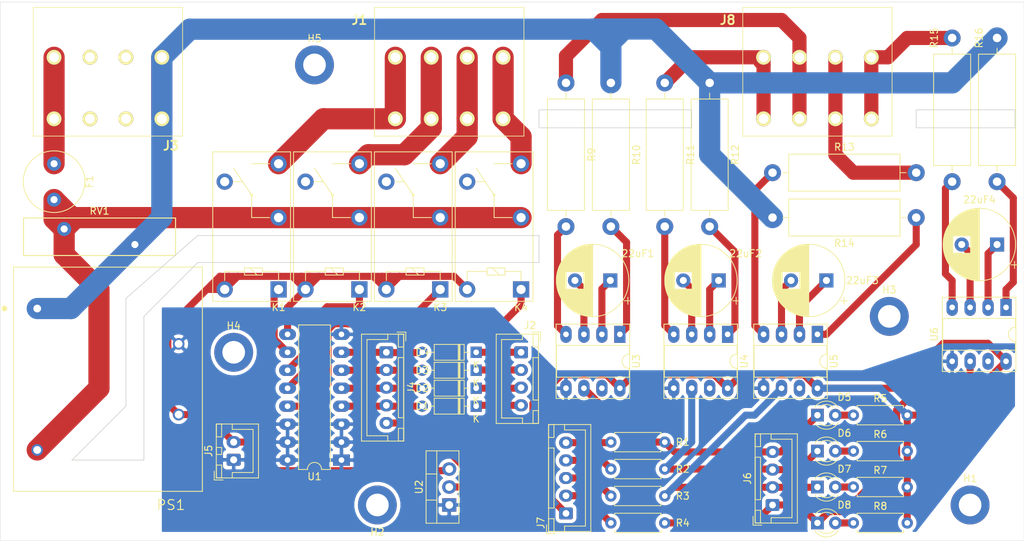
<source format=kicad_pcb>
(kicad_pcb (version 20171130) (host pcbnew "(5.1.6)-1")
  (layers (0 F.Cu signal) (31 B.Cu signal) (34 B.Paste user) (35 F.Paste user) (36 B.SilkS user) (37 F.SilkS user) (38 B.Mask user) (39 F.Mask user) (44 Edge.Cuts user))
  (net 0 "")
  (net 1 "220VAC(L)")
  (net 2 "220VAC(N)")
  (net 3 5V+)
  (net 4 3.3V+)
  (net 5 Sens4)
  (net 6 Sens3)
  (net 7 Sens2)
  (net 8 Sens1)
  (net 9 REO4)
  (net 10 REO3)
  (net 11 REO2)
  (net 12 REO1)
  (net 13 "Net-(22uF1-Pad2)")
  (net 14 "Net-(22uF1-Pad1)")
  (net 15 "Net-(22uF2-Pad2)")
  (net 16 "Net-(22uF2-Pad1)")
  (net 17 "Net-(22uF3-Pad2)")
  (net 18 "Net-(22uF3-Pad1)")
  (net 19 "Net-(22uF4-Pad2)")
  (net 20 "Net-(22uF4-Pad1)")
  (net 21 "Net-(R11-Pad2)")
  (net 22 "Net-(R12-Pad2)")
  (net 23 "GND(5V)")
  (net 24 REI1)
  (net 25 REI2)
  (net 26 REI3)
  (net 27 REI4)
  (net 28 "Net-(F1-Pad1)")
  (net 29 "Net-(R10-Pad2)")
  (net 30 EspSens1)
  (net 31 EspSens2)
  (net 32 EspSens3)
  (net 33 EspSens4)
  (net 34 EspRel1)
  (net 35 EspRel2)
  (net 36 EspRel3)
  (net 37 EspRel4)
  (net 38 "Net-(J7-Pad5)")
  (net 39 "Net-(J7-Pad4)")
  (net 40 "Net-(J7-Pad3)")
  (net 41 "Net-(J7-Pad2)")
  (net 42 "Net-(R9-Pad2)")
  (net 43 "Net-(D1-Pad1)")
  (net 44 "Net-(D2-Pad1)")
  (net 45 "Net-(D3-Pad1)")
  (net 46 "Net-(D4-Pad1)")
  (net 47 "Net-(D5-Pad2)")
  (net 48 "Net-(D6-Pad2)")
  (net 49 "Net-(D7-Pad2)")
  (net 50 "Net-(D8-Pad2)")
  (net 51 "Net-(R13-Pad1)")
  (net 52 "Net-(R14-Pad1)")
  (net 53 "Net-(R15-Pad2)")
  (net 54 "Net-(R16-Pad2)")
  (module Package_DIP:DIP-16_W7.62mm_LongPads (layer F.Cu) (at 69.85 76.2 180)
    (fp_text reference U1 (at 3.81 -2.33) (layer F.SilkS))
    (fp_text value ULN2003A)
    (pad 1 thru_hole rect (at 0 0 180) (size 2.4 1.6) (drill 0.8) (layers *.Cu *.Mask) (net 23 "GND(5V)"))
    (pad 9 thru_hole oval (at 7.62 17.78 180) (size 2.4 1.6) (drill 0.8) (layers *.Cu *.Mask) (net 3 5V+))
    (pad 2 thru_hole oval (at 0 2.54 180) (size 2.4 1.6) (drill 0.8) (layers *.Cu *.Mask) (net 23 "GND(5V)"))
    (pad 10 thru_hole oval (at 7.62 15.24 180) (size 2.4 1.6) (drill 0.8) (layers *.Cu *.Mask) (net 24 REI1))
    (pad 3 thru_hole oval (at 0 5.08 180) (size 2.4 1.6) (drill 0.8) (layers *.Cu *.Mask) (net 23 "GND(5V)"))
    (pad 11 thru_hole oval (at 7.62 12.7 180) (size 2.4 1.6) (drill 0.8) (layers *.Cu *.Mask) (net 25 REI2))
    (pad 4 thru_hole oval (at 0 7.62 180) (size 2.4 1.6) (drill 0.8) (layers *.Cu *.Mask) (net 34 EspRel1))
    (pad 12 thru_hole oval (at 7.62 10.16 180) (size 2.4 1.6) (drill 0.8) (layers *.Cu *.Mask) (net 26 REI3))
    (pad 5 thru_hole oval (at 0 10.16 180) (size 2.4 1.6) (drill 0.8) (layers *.Cu *.Mask) (net 35 EspRel2))
    (pad 13 thru_hole oval (at 7.62 7.62 180) (size 2.4 1.6) (drill 0.8) (layers *.Cu *.Mask) (net 27 REI4))
    (pad 6 thru_hole oval (at 0 12.7 180) (size 2.4 1.6) (drill 0.8) (layers *.Cu *.Mask) (net 36 EspRel3))
    (pad 14 thru_hole oval (at 7.62 5.08 180) (size 2.4 1.6) (drill 0.8) (layers *.Cu *.Mask) (net 23 "GND(5V)"))
    (pad 7 thru_hole oval (at 0 15.24 180) (size 2.4 1.6) (drill 0.8) (layers *.Cu *.Mask) (net 37 EspRel4))
    (pad 15 thru_hole oval (at 7.62 2.54 180) (size 2.4 1.6) (drill 0.8) (layers *.Cu *.Mask) (net 23 "GND(5V)"))
    (pad 8 thru_hole oval (at 0 17.78 180) (size 2.4 1.6) (drill 0.8) (layers *.Cu *.Mask) (net 23 "GND(5V)"))
    (pad 16 thru_hole oval (at 7.62 0 180) (size 2.4 1.6) (drill 0.8) (layers *.Cu *.Mask) (net 23 "GND(5V)"))
  )
  (module Diode_THT:D_DO-35_SOD27_P7.62mm_Horizontal (layer F.Cu) (at 88.9 60.96 180)
    (fp_text reference D4 (at 7.62 0) (layer F.SilkS))
    (fp_text value DIODE)
    (fp_text user K (at 0 -1.8) (layer F.SilkS))
    (pad 2 thru_hole oval (at 7.62 0 180) (size 1.6 1.6) (drill 0.8) (layers *.Cu *.Mask) (net 37 EspRel4))
    (pad 1 thru_hole rect (at 0 0 180) (size 1.6 1.6) (drill 0.8) (layers *.Cu *.Mask) (net 46 "Net-(D4-Pad1)"))
  )
  (module Diode_THT:D_DO-35_SOD27_P7.62mm_Horizontal (layer F.Cu) (at 88.9 63.5 180)
    (fp_text reference D3 (at 7.62 0) (layer F.SilkS))
    (fp_text value DIODE)
    (fp_text user K (at 0 -1.8) (layer F.SilkS))
    (pad 2 thru_hole oval (at 7.62 0 180) (size 1.6 1.6) (drill 0.8) (layers *.Cu *.Mask) (net 36 EspRel3))
    (pad 1 thru_hole rect (at 0 0 180) (size 1.6 1.6) (drill 0.8) (layers *.Cu *.Mask) (net 45 "Net-(D3-Pad1)"))
  )
  (module Diode_THT:D_DO-35_SOD27_P7.62mm_Horizontal (layer F.Cu) (at 88.9 66.04 180)
    (fp_text reference D2 (at 7.62 0) (layer F.SilkS))
    (fp_text value DIODE)
    (fp_text user K (at 0 -1.8) (layer F.SilkS))
    (pad 2 thru_hole oval (at 7.62 0 180) (size 1.6 1.6) (drill 0.8) (layers *.Cu *.Mask) (net 35 EspRel2))
    (pad 1 thru_hole rect (at 0 0 180) (size 1.6 1.6) (drill 0.8) (layers *.Cu *.Mask) (net 44 "Net-(D2-Pad1)"))
  )
  (module Diode_THT:D_DO-35_SOD27_P7.62mm_Horizontal (layer F.Cu) (at 88.9 68.58 180)
    (fp_text reference D1 (at 7.62 0) (layer F.SilkS))
    (fp_text value DIODE)
    (fp_text user K (at 0 -1.8) (layer F.SilkS))
    (pad 2 thru_hole oval (at 7.62 0 180) (size 1.6 1.6) (drill 0.8) (layers *.Cu *.Mask) (net 34 EspRel1))
    (pad 1 thru_hole rect (at 0 0 180) (size 1.6 1.6) (drill 0.8) (layers *.Cu *.Mask) (net 43 "Net-(D1-Pad1)"))
  )
  (module Connector_JST:JST_XH_B4B-XH-A_1x04_P2.50mm_Vertical (layer F.Cu) (at 95.25 60.96 270)
    (fp_text reference J2 (at -3.81 -1.27 180) (layer F.SilkS))
    (fp_text value Conn-ESP-Relays)
    (pad 4 thru_hole oval (at 7.5 0 270) (size 1.7 1.95) (drill 0.95) (layers *.Cu *.Mask) (net 43 "Net-(D1-Pad1)"))
    (pad 3 thru_hole oval (at 5 0 270) (size 1.7 1.95) (drill 0.95) (layers *.Cu *.Mask) (net 44 "Net-(D2-Pad1)"))
    (pad 2 thru_hole oval (at 2.5 0 270) (size 1.7 1.95) (drill 0.95) (layers *.Cu *.Mask) (net 45 "Net-(D3-Pad1)"))
    (pad 1 thru_hole roundrect (at 0 0 270) (size 1.7 1.95) (drill 0.95) (layers *.Cu *.Mask) (roundrect_rratio 0.147059) (net 46 "Net-(D4-Pad1)"))
  )
  (module Connector_JST:JST_XH_B5B-XH-A_1x05_P2.50mm_Vertical (layer F.Cu) (at 101.6 83.74 90)
    (fp_text reference J7 (at -1.35 -3.55 90) (layer F.SilkS))
    (fp_text value Conn-LedIndicators)
    (pad 5 thru_hole oval (at 10 0 90) (size 1.7 1.95) (drill 0.95) (layers *.Cu *.Mask) (net 38 "Net-(J7-Pad5)"))
    (pad 4 thru_hole oval (at 7.5 0 90) (size 1.7 1.95) (drill 0.95) (layers *.Cu *.Mask) (net 39 "Net-(J7-Pad4)"))
    (pad 3 thru_hole oval (at 5 0 90) (size 1.7 1.95) (drill 0.95) (layers *.Cu *.Mask) (net 40 "Net-(J7-Pad3)"))
    (pad 2 thru_hole oval (at 2.5 0 90) (size 1.7 1.95) (drill 0.95) (layers *.Cu *.Mask) (net 41 "Net-(J7-Pad2)"))
    (pad 1 thru_hole roundrect (at 0 0 90) (size 1.7 1.95) (drill 0.95) (layers *.Cu *.Mask) (roundrect_rratio 0.147059) (net 4 3.3V+))
  )
  (module Capacitor_THT:CP_Radial_D10.0mm_P5.00mm (layer F.Cu) (at 123.19 50.8 180)
    (fp_text reference 22uF2 (at -3.81 3.81) (layer F.SilkS))
    (fp_text value CP_Small)
    (pad 2 thru_hole circle (at 5 0 180) (size 2 2) (drill 1) (layers *.Cu *.Mask) (net 15 "Net-(22uF2-Pad2)"))
    (pad 1 thru_hole rect (at 0 0 180) (size 2 2) (drill 1) (layers *.Cu *.Mask) (net 16 "Net-(22uF2-Pad1)"))
  )
  (module Package_DIP:DIP-8_W7.62mm_Socket_LongPads (layer F.Cu) (at 124.46 58.42 270)
    (fp_text reference U4 (at 3.81 -2.33 90) (layer F.SilkS))
    (fp_text value HCPL3700)
    (pad 8 thru_hole oval (at 7.62 0 270) (size 2.4 1.6) (drill 0.8) (layers *.Cu *.Mask) (net 4 3.3V+))
    (pad 4 thru_hole oval (at 0 7.62 270) (size 2.4 1.6) (drill 0.8) (layers *.Cu *.Mask) (net 21 "Net-(R11-Pad2)"))
    (pad 7 thru_hole oval (at 7.62 2.54 270) (size 2.4 1.6) (drill 0.8) (layers *.Cu *.Mask))
    (pad 3 thru_hole oval (at 0 5.08 270) (size 2.4 1.6) (drill 0.8) (layers *.Cu *.Mask) (net 15 "Net-(22uF2-Pad2)"))
    (pad 6 thru_hole oval (at 7.62 5.08 270) (size 2.4 1.6) (drill 0.8) (layers *.Cu *.Mask) (net 31 EspSens2))
    (pad 2 thru_hole oval (at 0 2.54 270) (size 2.4 1.6) (drill 0.8) (layers *.Cu *.Mask) (net 16 "Net-(22uF2-Pad1)"))
    (pad 5 thru_hole oval (at 7.62 7.62 270) (size 2.4 1.6) (drill 0.8) (layers *.Cu *.Mask) (net 23 "GND(5V)"))
    (pad 1 thru_hole rect (at 0 0 270) (size 2.4 1.6) (drill 0.8) (layers *.Cu *.Mask) (net 22 "Net-(R12-Pad2)"))
  )
  (module Package_DIP:DIP-8_W7.62mm_Socket_LongPads (layer F.Cu) (at 163.83 54.61 270)
    (fp_text reference U6 (at 3.81 10.16 90) (layer F.SilkS))
    (fp_text value HCPL3700)
    (pad 8 thru_hole oval (at 7.62 0 270) (size 2.4 1.6) (drill 0.8) (layers *.Cu *.Mask) (net 4 3.3V+))
    (pad 4 thru_hole oval (at 0 7.62 270) (size 2.4 1.6) (drill 0.8) (layers *.Cu *.Mask) (net 53 "Net-(R15-Pad2)"))
    (pad 7 thru_hole oval (at 7.62 2.54 270) (size 2.4 1.6) (drill 0.8) (layers *.Cu *.Mask))
    (pad 3 thru_hole oval (at 0 5.08 270) (size 2.4 1.6) (drill 0.8) (layers *.Cu *.Mask) (net 19 "Net-(22uF4-Pad2)"))
    (pad 6 thru_hole oval (at 7.62 5.08 270) (size 2.4 1.6) (drill 0.8) (layers *.Cu *.Mask) (net 33 EspSens4))
    (pad 2 thru_hole oval (at 0 2.54 270) (size 2.4 1.6) (drill 0.8) (layers *.Cu *.Mask) (net 20 "Net-(22uF4-Pad1)"))
    (pad 5 thru_hole oval (at 7.62 7.62 270) (size 2.4 1.6) (drill 0.8) (layers *.Cu *.Mask) (net 23 "GND(5V)"))
    (pad 1 thru_hole rect (at 0 0 270) (size 2.4 1.6) (drill 0.8) (layers *.Cu *.Mask) (net 54 "Net-(R16-Pad2)"))
  )
  (module Package_DIP:DIP-8_W7.62mm_Socket_LongPads (layer F.Cu) (at 137.16 58.42 270)
    (fp_text reference U5 (at 3.81 -2.33 90) (layer F.SilkS))
    (fp_text value HCPL3700)
    (pad 8 thru_hole oval (at 7.62 0 270) (size 2.4 1.6) (drill 0.8) (layers *.Cu *.Mask) (net 4 3.3V+))
    (pad 4 thru_hole oval (at 0 7.62 270) (size 2.4 1.6) (drill 0.8) (layers *.Cu *.Mask) (net 51 "Net-(R13-Pad1)"))
    (pad 7 thru_hole oval (at 7.62 2.54 270) (size 2.4 1.6) (drill 0.8) (layers *.Cu *.Mask))
    (pad 3 thru_hole oval (at 0 5.08 270) (size 2.4 1.6) (drill 0.8) (layers *.Cu *.Mask) (net 17 "Net-(22uF3-Pad2)"))
    (pad 6 thru_hole oval (at 7.62 5.08 270) (size 2.4 1.6) (drill 0.8) (layers *.Cu *.Mask) (net 32 EspSens3))
    (pad 2 thru_hole oval (at 0 2.54 270) (size 2.4 1.6) (drill 0.8) (layers *.Cu *.Mask) (net 18 "Net-(22uF3-Pad1)"))
    (pad 5 thru_hole oval (at 7.62 7.62 270) (size 2.4 1.6) (drill 0.8) (layers *.Cu *.Mask) (net 23 "GND(5V)"))
    (pad 1 thru_hole rect (at 0 0 270) (size 2.4 1.6) (drill 0.8) (layers *.Cu *.Mask) (net 52 "Net-(R14-Pad1)"))
  )
  (module Package_DIP:DIP-8_W7.62mm_Socket_LongPads (layer F.Cu) (at 109.22 58.42 270)
    (fp_text reference U3 (at 3.81 -2.33 90) (layer F.SilkS))
    (fp_text value HCPL3700)
    (pad 8 thru_hole oval (at 7.62 0 270) (size 2.4 1.6) (drill 0.8) (layers *.Cu *.Mask) (net 4 3.3V+))
    (pad 4 thru_hole oval (at 0 7.62 270) (size 2.4 1.6) (drill 0.8) (layers *.Cu *.Mask) (net 42 "Net-(R9-Pad2)"))
    (pad 7 thru_hole oval (at 7.62 2.54 270) (size 2.4 1.6) (drill 0.8) (layers *.Cu *.Mask))
    (pad 3 thru_hole oval (at 0 5.08 270) (size 2.4 1.6) (drill 0.8) (layers *.Cu *.Mask) (net 13 "Net-(22uF1-Pad2)"))
    (pad 6 thru_hole oval (at 7.62 5.08 270) (size 2.4 1.6) (drill 0.8) (layers *.Cu *.Mask) (net 30 EspSens1))
    (pad 2 thru_hole oval (at 0 2.54 270) (size 2.4 1.6) (drill 0.8) (layers *.Cu *.Mask) (net 14 "Net-(22uF1-Pad1)"))
    (pad 5 thru_hole oval (at 7.62 7.62 270) (size 2.4 1.6) (drill 0.8) (layers *.Cu *.Mask) (net 23 "GND(5V)"))
    (pad 1 thru_hole rect (at 0 0 270) (size 2.4 1.6) (drill 0.8) (layers *.Cu *.Mask) (net 29 "Net-(R10-Pad2)"))
  )
  (module Package_TO_SOT_THT:TO-220-3_Vertical (layer F.Cu) (at 85.09 82.55 90)
    (fp_text reference U2 (at 2.54 -4.27 90) (layer F.SilkS))
    (fp_text value LD1117S33TR_SOT223)
    (pad 3 thru_hole oval (at 5.08 0 90) (size 1.905 2) (drill 1.1) (layers *.Cu *.Mask) (net 3 5V+))
    (pad 2 thru_hole oval (at 2.54 0 90) (size 1.905 2) (drill 1.1) (layers *.Cu *.Mask) (net 4 3.3V+))
    (pad 1 thru_hole rect (at 0 0 90) (size 1.905 2) (drill 1.1) (layers *.Cu *.Mask) (net 23 "GND(5V)"))
  )
  (module Resistor_THT:R_Axial_DIN0207_L6.3mm_D2.5mm_P7.62mm_Horizontal (layer F.Cu) (at 142.24 85.09)
    (fp_text reference R8 (at 3.81 -2.37) (layer F.SilkS))
    (fp_text value 100)
    (pad 2 thru_hole oval (at 7.62 0) (size 1.6 1.6) (drill 0.8) (layers *.Cu *.Mask) (net 4 3.3V+))
    (pad 1 thru_hole circle (at 0 0) (size 1.6 1.6) (drill 0.8) (layers *.Cu *.Mask) (net 50 "Net-(D8-Pad2)"))
  )
  (module Resistor_THT:R_Axial_DIN0207_L6.3mm_D2.5mm_P7.62mm_Horizontal (layer F.Cu) (at 142.24 80.01)
    (fp_text reference R7 (at 3.81 -2.37) (layer F.SilkS))
    (fp_text value 100)
    (pad 2 thru_hole oval (at 7.62 0) (size 1.6 1.6) (drill 0.8) (layers *.Cu *.Mask) (net 4 3.3V+))
    (pad 1 thru_hole circle (at 0 0) (size 1.6 1.6) (drill 0.8) (layers *.Cu *.Mask) (net 49 "Net-(D7-Pad2)"))
  )
  (module Resistor_THT:R_Axial_DIN0207_L6.3mm_D2.5mm_P7.62mm_Horizontal (layer F.Cu) (at 142.24 74.93)
    (fp_text reference R6 (at 3.81 -2.37) (layer F.SilkS))
    (fp_text value 100)
    (pad 2 thru_hole oval (at 7.62 0) (size 1.6 1.6) (drill 0.8) (layers *.Cu *.Mask) (net 4 3.3V+))
    (pad 1 thru_hole circle (at 0 0) (size 1.6 1.6) (drill 0.8) (layers *.Cu *.Mask) (net 48 "Net-(D6-Pad2)"))
  )
  (module Resistor_THT:R_Axial_DIN0207_L6.3mm_D2.5mm_P7.62mm_Horizontal (layer F.Cu) (at 115.57 85.09 180)
    (fp_text reference R4 (at -2.54 0) (layer F.SilkS))
    (fp_text value 100)
    (pad 2 thru_hole oval (at 7.62 0 180) (size 1.6 1.6) (drill 0.8) (layers *.Cu *.Mask) (net 41 "Net-(J7-Pad2)"))
    (pad 1 thru_hole circle (at 0 0 180) (size 1.6 1.6) (drill 0.8) (layers *.Cu *.Mask) (net 33 EspSens4))
  )
  (module Resistor_THT:R_Axial_DIN0207_L6.3mm_D2.5mm_P7.62mm_Horizontal (layer F.Cu) (at 115.57 81.28 180)
    (fp_text reference R3 (at -2.54 0) (layer F.SilkS))
    (fp_text value 100)
    (pad 2 thru_hole oval (at 7.62 0 180) (size 1.6 1.6) (drill 0.8) (layers *.Cu *.Mask) (net 40 "Net-(J7-Pad3)"))
    (pad 1 thru_hole circle (at 0 0 180) (size 1.6 1.6) (drill 0.8) (layers *.Cu *.Mask) (net 32 EspSens3))
  )
  (module Resistor_THT:R_Axial_DIN0207_L6.3mm_D2.5mm_P7.62mm_Horizontal (layer F.Cu) (at 115.57 77.47 180)
    (fp_text reference R2 (at -2.54 0) (layer F.SilkS))
    (fp_text value 100)
    (pad 2 thru_hole oval (at 7.62 0 180) (size 1.6 1.6) (drill 0.8) (layers *.Cu *.Mask) (net 39 "Net-(J7-Pad4)"))
    (pad 1 thru_hole circle (at 0 0 180) (size 1.6 1.6) (drill 0.8) (layers *.Cu *.Mask) (net 31 EspSens2))
  )
  (module Resistor_THT:R_Axial_DIN0207_L6.3mm_D2.5mm_P7.62mm_Horizontal (layer F.Cu) (at 115.57 73.66 180)
    (fp_text reference R1 (at -2.54 0) (layer F.SilkS))
    (fp_text value 100)
    (pad 2 thru_hole oval (at 7.62 0 180) (size 1.6 1.6) (drill 0.8) (layers *.Cu *.Mask) (net 38 "Net-(J7-Pad5)"))
    (pad 1 thru_hole circle (at 0 0 180) (size 1.6 1.6) (drill 0.8) (layers *.Cu *.Mask) (net 30 EspSens1))
  )
  (module Resistor_THT:R_Axial_DIN0207_L6.3mm_D2.5mm_P7.62mm_Horizontal (layer F.Cu) (at 142.24 69.85)
    (fp_text reference R5 (at 3.81 -2.37) (layer F.SilkS))
    (fp_text value 100)
    (pad 2 thru_hole oval (at 7.62 0) (size 1.6 1.6) (drill 0.8) (layers *.Cu *.Mask) (net 4 3.3V+))
    (pad 1 thru_hole circle (at 0 0) (size 1.6 1.6) (drill 0.8) (layers *.Cu *.Mask) (net 47 "Net-(D5-Pad2)"))
  )
  (module Connector_JST:JST_XH_B5B-XH-A_1x05_P2.50mm_Vertical (layer F.Cu) (at 76.2 60.96 270)
    (fp_text reference J4 (at 5 -3.55 90) (layer F.SilkS))
    (fp_text value Conn-Buttons)
    (pad 5 thru_hole oval (at 10 0 270) (size 1.7 1.95) (drill 0.95) (layers *.Cu *.Mask) (net 4 3.3V+))
    (pad 4 thru_hole oval (at 7.5 0 270) (size 1.7 1.95) (drill 0.95) (layers *.Cu *.Mask) (net 34 EspRel1))
    (pad 3 thru_hole oval (at 5 0 270) (size 1.7 1.95) (drill 0.95) (layers *.Cu *.Mask) (net 35 EspRel2))
    (pad 2 thru_hole oval (at 2.5 0 270) (size 1.7 1.95) (drill 0.95) (layers *.Cu *.Mask) (net 36 EspRel3))
    (pad 1 thru_hole roundrect (at 0 0 270) (size 1.7 1.95) (drill 0.95) (layers *.Cu *.Mask) (roundrect_rratio 0.147059) (net 37 EspRel4))
  )
  (module LED_THT:LED_D3.0mm (layer F.Cu) (at 137.16 85.09)
    (fp_text reference D8 (at 3.81 -2.54) (layer F.SilkS))
    (fp_text value LED)
    (pad 2 thru_hole circle (at 2.54 0) (size 1.8 1.8) (drill 0.9) (layers *.Cu *.Mask) (net 50 "Net-(D8-Pad2)"))
    (pad 1 thru_hole rect (at 0 0) (size 1.8 1.8) (drill 0.9) (layers *.Cu *.Mask) (net 33 EspSens4))
  )
  (module LED_THT:LED_D3.0mm (layer F.Cu) (at 137.16 80.01)
    (fp_text reference D7 (at 3.81 -2.54) (layer F.SilkS))
    (fp_text value LED)
    (pad 2 thru_hole circle (at 2.54 0) (size 1.8 1.8) (drill 0.9) (layers *.Cu *.Mask) (net 49 "Net-(D7-Pad2)"))
    (pad 1 thru_hole rect (at 0 0) (size 1.8 1.8) (drill 0.9) (layers *.Cu *.Mask) (net 32 EspSens3))
  )
  (module LED_THT:LED_D3.0mm (layer F.Cu) (at 137.16 74.93)
    (fp_text reference D6 (at 3.81 -2.54) (layer F.SilkS))
    (fp_text value LED)
    (pad 2 thru_hole circle (at 2.54 0) (size 1.8 1.8) (drill 0.9) (layers *.Cu *.Mask) (net 48 "Net-(D6-Pad2)"))
    (pad 1 thru_hole rect (at 0 0) (size 1.8 1.8) (drill 0.9) (layers *.Cu *.Mask) (net 31 EspSens2))
  )
  (module LED_THT:LED_D3.0mm (layer F.Cu) (at 137.16 69.85)
    (fp_text reference D5 (at 3.81 -2.54) (layer F.SilkS))
    (fp_text value LED)
    (pad 2 thru_hole circle (at 2.54 0) (size 1.8 1.8) (drill 0.9) (layers *.Cu *.Mask) (net 47 "Net-(D5-Pad2)"))
    (pad 1 thru_hole rect (at 0 0) (size 1.8 1.8) (drill 0.9) (layers *.Cu *.Mask) (net 30 EspSens1))
  )
  (module Capacitor_THT:CP_Radial_D10.0mm_P5.00mm (layer F.Cu) (at 162.56 45.72 180)
    (fp_text reference 22uF4 (at 2.5 6.35) (layer F.SilkS))
    (fp_text value CP_Small)
    (pad 2 thru_hole circle (at 5 0 180) (size 2 2) (drill 1) (layers *.Cu *.Mask) (net 19 "Net-(22uF4-Pad2)"))
    (pad 1 thru_hole rect (at 0 0 180) (size 2 2) (drill 1) (layers *.Cu *.Mask) (net 20 "Net-(22uF4-Pad1)"))
  )
  (module Capacitor_THT:CP_Radial_D10.0mm_P5.00mm (layer F.Cu) (at 138.43 50.8 180)
    (fp_text reference 22uF3 (at -5.08 0) (layer F.SilkS))
    (fp_text value CP_Small)
    (pad 2 thru_hole circle (at 5 0 180) (size 2 2) (drill 1) (layers *.Cu *.Mask) (net 17 "Net-(22uF3-Pad2)"))
    (pad 1 thru_hole rect (at 0 0 180) (size 2 2) (drill 1) (layers *.Cu *.Mask) (net 18 "Net-(22uF3-Pad1)"))
  )
  (module Capacitor_THT:CP_Radial_D10.0mm_P5.00mm (layer F.Cu) (at 107.87 50.8 180)
    (fp_text reference 22uF1 (at -3.89 3.81) (layer F.SilkS))
    (fp_text value CP_Small)
    (pad 2 thru_hole circle (at 5 0 180) (size 2 2) (drill 1) (layers *.Cu *.Mask) (net 13 "Net-(22uF1-Pad2)"))
    (pad 1 thru_hole rect (at 0 0 180) (size 2 2) (drill 1) (layers *.Cu *.Mask) (net 14 "Net-(22uF1-Pad1)"))
  )
  (module Connector_JST:JST_XH_B4B-XH-A_1x04_P2.50mm_Vertical (layer F.Cu) (at 130.81 82.55 90)
    (fp_text reference J6 (at 3.75 -3.55 90) (layer F.SilkS))
    (fp_text value Conn-Esp-Sensors)
    (pad 4 thru_hole oval (at 7.5 0 90) (size 1.7 1.95) (drill 0.95) (layers *.Cu *.Mask) (net 30 EspSens1))
    (pad 3 thru_hole oval (at 5 0 90) (size 1.7 1.95) (drill 0.95) (layers *.Cu *.Mask) (net 31 EspSens2))
    (pad 2 thru_hole oval (at 2.5 0 90) (size 1.7 1.95) (drill 0.95) (layers *.Cu *.Mask) (net 32 EspSens3))
    (pad 1 thru_hole roundrect (at 0 0 90) (size 1.7 1.95) (drill 0.95) (layers *.Cu *.Mask) (roundrect_rratio 0.147059) (net 33 EspSens4))
  )
  (module Connector_JST:JST_XH_B2B-XH-A_1x02_P2.50mm_Vertical (layer F.Cu) (at 54.61 76.16 90)
    (fp_text reference J5 (at 1.25 -3.55 90) (layer F.SilkS))
    (fp_text value Conn_01x02)
    (pad 2 thru_hole oval (at 2.5 0 90) (size 1.7 2) (drill 1) (layers *.Cu *.Mask) (net 3 5V+))
    (pad 1 thru_hole roundrect (at 0 0 90) (size 1.7 2) (drill 1) (layers *.Cu *.Mask) (roundrect_rratio 0.147059) (net 23 "GND(5V)"))
  )
  (module Resistor_THT:R_Axial_DIN0516_L15.5mm_D5.0mm_P20.32mm_Horizontal (layer F.Cu) (at 156.21 16.51 270)
    (fp_text reference R15 (at 0 2.54 90) (layer F.SilkS))
    (fp_text value 47k)
    (pad 2 thru_hole oval (at 20.32 0 270) (size 2.4 2.4) (drill 1.2) (layers *.Cu *.Mask) (net 53 "Net-(R15-Pad2)"))
    (pad 1 thru_hole circle (at 0 0 270) (size 2.4 2.4) (drill 1.2) (layers *.Cu *.Mask) (net 5 Sens4))
  )
  (module Resistor_THT:R_Axial_DIN0516_L15.5mm_D5.0mm_P20.32mm_Horizontal (layer F.Cu) (at 162.56 16.51 270)
    (fp_text reference R16 (at 0 2.54 90) (layer F.SilkS))
    (fp_text value 47k)
    (pad 2 thru_hole oval (at 20.32 0 270) (size 2.4 2.4) (drill 1.2) (layers *.Cu *.Mask) (net 54 "Net-(R16-Pad2)"))
    (pad 1 thru_hole circle (at 0 0 270) (size 2.4 2.4) (drill 1.2) (layers *.Cu *.Mask) (net 2 "220VAC(N)"))
  )
  (module Resistor_THT:R_Axial_DIN0516_L15.5mm_D5.0mm_P20.32mm_Horizontal (layer F.Cu) (at 130.81 35.56)
    (fp_text reference R13 (at 10.16 -3.62) (layer F.SilkS))
    (fp_text value 47k)
    (pad 2 thru_hole oval (at 20.32 0) (size 2.4 2.4) (drill 1.2) (layers *.Cu *.Mask) (net 6 Sens3))
    (pad 1 thru_hole circle (at 0 0) (size 2.4 2.4) (drill 1.2) (layers *.Cu *.Mask) (net 51 "Net-(R13-Pad1)"))
  )
  (module Resistor_THT:R_Axial_DIN0516_L15.5mm_D5.0mm_P20.32mm_Horizontal (layer F.Cu) (at 121.92 22.86 270)
    (fp_text reference R12 (at 10.16 -3.62 90) (layer F.SilkS))
    (fp_text value 47k)
    (pad 2 thru_hole oval (at 20.32 0 270) (size 2.4 2.4) (drill 1.2) (layers *.Cu *.Mask) (net 22 "Net-(R12-Pad2)"))
    (pad 1 thru_hole circle (at 0 0 270) (size 2.4 2.4) (drill 1.2) (layers *.Cu *.Mask) (net 2 "220VAC(N)"))
  )
  (module Resistor_THT:R_Axial_DIN0516_L15.5mm_D5.0mm_P20.32mm_Horizontal (layer F.Cu) (at 107.95 22.86 270)
    (fp_text reference R10 (at 10.16 -3.62 90) (layer F.SilkS))
    (fp_text value 47k)
    (pad 2 thru_hole oval (at 20.32 0 270) (size 2.4 2.4) (drill 1.2) (layers *.Cu *.Mask) (net 29 "Net-(R10-Pad2)"))
    (pad 1 thru_hole circle (at 0 0 270) (size 2.4 2.4) (drill 1.2) (layers *.Cu *.Mask) (net 2 "220VAC(N)"))
  )
  (module Resistor_THT:R_Axial_DIN0516_L15.5mm_D5.0mm_P20.32mm_Horizontal (layer F.Cu) (at 151.13 41.91 180)
    (fp_text reference R14 (at 10.16 -3.62) (layer F.SilkS))
    (fp_text value 47k)
    (pad 2 thru_hole oval (at 20.32 0 180) (size 2.4 2.4) (drill 1.2) (layers *.Cu *.Mask) (net 2 "220VAC(N)"))
    (pad 1 thru_hole circle (at 0 0 180) (size 2.4 2.4) (drill 1.2) (layers *.Cu *.Mask) (net 52 "Net-(R14-Pad1)"))
  )
  (module Resistor_THT:R_Axial_DIN0516_L15.5mm_D5.0mm_P20.32mm_Horizontal (layer F.Cu) (at 115.57 22.86 270)
    (fp_text reference R11 (at 10.16 -3.62 90) (layer F.SilkS))
    (fp_text value 47k)
    (pad 2 thru_hole oval (at 20.32 0 270) (size 2.4 2.4) (drill 1.2) (layers *.Cu *.Mask) (net 21 "Net-(R11-Pad2)"))
    (pad 1 thru_hole circle (at 0 0 270) (size 2.4 2.4) (drill 1.2) (layers *.Cu *.Mask) (net 7 Sens2))
  )
  (module Resistor_THT:R_Axial_DIN0516_L15.5mm_D5.0mm_P20.32mm_Horizontal (layer F.Cu) (at 101.6 22.86 270)
    (fp_text reference R9 (at 10.16 -3.62 90) (layer F.SilkS))
    (fp_text value 47k)
    (pad 2 thru_hole oval (at 20.32 0 270) (size 2.4 2.4) (drill 1.2) (layers *.Cu *.Mask) (net 42 "Net-(R9-Pad2)"))
    (pad 1 thru_hole circle (at 0 0 270) (size 2.4 2.4) (drill 1.2) (layers *.Cu *.Mask) (net 8 Sens1))
  )
  (module rac05-05sk:277 (layer F.Cu) (at 36.83 64.77)
    (fp_text reference PS1 (at 8.89 17.78) (layer F.SilkS) (effects (font (size 1.4 1.4))))
    (fp_text value RAC05-05SK_277)
    (pad 9 thru_hole circle (at 10 -5) (size 1.65 1.65) (drill 1.1) (layers *.Cu *.Mask) (net 23 "GND(5V)"))
    (pad 7 thru_hole circle (at 10 5) (size 1.65 1.65) (drill 1.1) (layers *.Cu *.Mask) (net 3 5V+))
    (pad 5 thru_hole circle (at -10 10) (size 1.65 1.65) (drill 1.1) (layers *.Cu *.Mask) (net 1 "220VAC(L)"))
    (pad 1 thru_hole rect (at -10 -10) (size 1.65 1.65) (drill 1.1) (layers *.Cu *.Mask) (net 2 "220VAC(N)"))
  )
  (module MountingHole:MountingHole_3.2mm_M3_ISO14580_Pad (layer F.Cu) (at 66.04 20.32)
    (fp_text reference H5 (at 0 -3.75) (layer F.SilkS))
    (fp_text value MountingHole_Pad)
    (pad 1 thru_hole circle (at 0 0) (size 5.5 5.5) (drill 3.2) (layers *.Cu *.Mask))
  )
  (module MountingHole:MountingHole_3.2mm_M3_ISO14580_Pad (layer F.Cu) (at 74.93 82.55)
    (fp_text reference H2 (at 0 3.81) (layer F.SilkS))
    (fp_text value MountingHole_Pad)
    (pad 1 thru_hole circle (at 0 0) (size 5.5 5.5) (drill 3.2) (layers *.Cu *.Mask))
  )
  (module MountingHole:MountingHole_3.2mm_M3_ISO14580_Pad (layer F.Cu) (at 54.61 60.96)
    (fp_text reference H4 (at 0 -3.75) (layer F.SilkS))
    (fp_text value MountingHole_Pad)
    (pad 1 thru_hole circle (at 0 0) (size 5.5 5.5) (drill 3.2) (layers *.Cu *.Mask))
  )
  (module MountingHole:MountingHole_3.2mm_M3_ISO14580_Pad (layer F.Cu) (at 158.75 82.55)
    (fp_text reference H1 (at 0 -3.75) (layer F.SilkS))
    (fp_text value MountingHole_Pad)
    (pad 1 thru_hole circle (at 0 0) (size 5.5 5.5) (drill 3.2) (layers *.Cu *.Mask))
  )
  (module MountingHole:MountingHole_3.2mm_M3_ISO14580_Pad (layer F.Cu) (at 147.32 55.88)
    (fp_text reference H3 (at 0 -3.75) (layer F.SilkS))
    (fp_text value MountingHole_Pad)
    (pad 1 thru_hole circle (at 0 0) (size 5.5 5.5) (drill 3.2) (layers *.Cu *.Mask))
  )
  (module Varistor:RV_Disc_D21.5mm_W5.3mm_P10mm (layer F.Cu) (at 40.64 45.72 180)
    (fp_text reference RV1 (at 5 4.75) (layer F.SilkS))
    (fp_text value Varistor)
    (pad 2 thru_hole circle (at 10 2.2 180) (size 2 2) (drill 1) (layers *.Cu *.Mask) (net 1 "220VAC(L)"))
    (pad 1 thru_hole circle (at 0 0 180) (size 2 2) (drill 1) (layers *.Cu *.Mask) (net 2 "220VAC(N)"))
  )
  (module Fuse:Fuse_Littelfuse_372_D8.50mm (layer F.Cu) (at 29.21 34.29 270)
    (fp_text reference F1 (at 2.54 -5 90) (layer F.SilkS))
    (fp_text value Fuse)
    (pad 2 thru_hole circle (at 5.08 0 270) (size 2 2) (drill 1) (layers *.Cu *.Mask) (net 1 "220VAC(L)"))
    (pad 1 thru_hole circle (at 0 0 270) (size 2 2) (drill 1) (layers *.Cu *.Mask) (net 28 "Net-(F1-Pad1)"))
  )
  (module Relay_THT:Relay_SPDT_Omron-G5Q-1 (layer F.Cu) (at 60.96 52.07 90)
    (fp_text reference K1 (at -2.54 0) (layer F.SilkS))
    (fp_text value G5Q-1)
    (pad 5 thru_hole circle (at 0 -7.62 270) (size 2.3 2.3) (drill 1.3) (layers *.Cu *.Mask) (net 3 5V+))
    (pad 4 thru_hole circle (at 15.24 -7.62 270) (size 2.3 2.3) (drill 1.3) (layers *.Cu *.Mask))
    (pad 3 thru_hole circle (at 17.78 0 270) (size 2.3 2.3) (drill 1.3) (layers *.Cu *.Mask) (net 12 REO1))
    (pad 2 thru_hole circle (at 10.16 0 270) (size 2.3 2.3) (drill 1.3) (layers *.Cu *.Mask) (net 1 "220VAC(L)"))
    (pad 1 thru_hole rect (at 0 0 270) (size 2.3 2.3) (drill 1.3) (layers *.Cu *.Mask) (net 24 REI1))
  )
  (module Relay_THT:Relay_SPDT_Omron-G5Q-1 (layer F.Cu) (at 72.39 52.07 90)
    (fp_text reference K2 (at -2.54 0) (layer F.SilkS))
    (fp_text value G5Q-1)
    (pad 5 thru_hole circle (at 0 -7.62 270) (size 2.3 2.3) (drill 1.3) (layers *.Cu *.Mask) (net 3 5V+))
    (pad 4 thru_hole circle (at 15.24 -7.62 270) (size 2.3 2.3) (drill 1.3) (layers *.Cu *.Mask))
    (pad 3 thru_hole circle (at 17.78 0 270) (size 2.3 2.3) (drill 1.3) (layers *.Cu *.Mask) (net 11 REO2))
    (pad 2 thru_hole circle (at 10.16 0 270) (size 2.3 2.3) (drill 1.3) (layers *.Cu *.Mask) (net 1 "220VAC(L)"))
    (pad 1 thru_hole rect (at 0 0 270) (size 2.3 2.3) (drill 1.3) (layers *.Cu *.Mask) (net 25 REI2))
  )
  (module Relay_THT:Relay_SPDT_Omron-G5Q-1 (layer F.Cu) (at 95.25 52.07 90)
    (fp_text reference K4 (at -2.54 0) (layer F.SilkS))
    (fp_text value G5Q-1)
    (pad 5 thru_hole circle (at 0 -7.62 270) (size 2.3 2.3) (drill 1.3) (layers *.Cu *.Mask) (net 3 5V+))
    (pad 4 thru_hole circle (at 15.24 -7.62 270) (size 2.3 2.3) (drill 1.3) (layers *.Cu *.Mask))
    (pad 3 thru_hole circle (at 17.78 0 270) (size 2.3 2.3) (drill 1.3) (layers *.Cu *.Mask) (net 9 REO4))
    (pad 2 thru_hole circle (at 10.16 0 270) (size 2.3 2.3) (drill 1.3) (layers *.Cu *.Mask) (net 1 "220VAC(L)"))
    (pad 1 thru_hole rect (at 0 0 270) (size 2.3 2.3) (drill 1.3) (layers *.Cu *.Mask) (net 27 REI4))
  )
  (module Relay_THT:Relay_SPDT_Omron-G5Q-1 (layer F.Cu) (at 83.82 52.07 90)
    (fp_text reference K3 (at -2.54 0) (layer F.SilkS))
    (fp_text value G5Q-1)
    (pad 5 thru_hole circle (at 0 -7.62 270) (size 2.3 2.3) (drill 1.3) (layers *.Cu *.Mask) (net 3 5V+))
    (pad 4 thru_hole circle (at 15.24 -7.62 270) (size 2.3 2.3) (drill 1.3) (layers *.Cu *.Mask))
    (pad 3 thru_hole circle (at 17.78 0 270) (size 2.3 2.3) (drill 1.3) (layers *.Cu *.Mask) (net 10 REO3))
    (pad 2 thru_hole circle (at 10.16 0 270) (size 2.3 2.3) (drill 1.3) (layers *.Cu *.Mask) (net 1 "220VAC(L)"))
    (pad 1 thru_hole rect (at 0 0 270) (size 2.3 2.3) (drill 1.3) (layers *.Cu *.Mask) (net 26 REI3))
  )
  (module Phoenix_Conn:1017505 (layer F.Cu) (at 144.78 27.94 180)
    (fp_text reference J8 (at 20.32 13.97) (layer F.SilkS) (effects (font (size 1.27 1.27) (thickness 0.254))))
    (fp_text value 1017505 hide)
    (pad 8 thru_hole circle (at 15.24 8.7 270) (size 2.1 2.1) (drill 1.4) (layers *.Cu *.Mask F.SilkS) (net 7 Sens2))
    (pad 7 thru_hole circle (at 15.24 0 270) (size 2.1 2.1) (drill 1.4) (layers *.Cu *.Mask F.SilkS) (net 7 Sens2))
    (pad 6 thru_hole circle (at 10.16 8.7 270) (size 2.1 2.1) (drill 1.4) (layers *.Cu *.Mask F.SilkS) (net 8 Sens1))
    (pad 5 thru_hole circle (at 10.16 0 270) (size 2.1 2.1) (drill 1.4) (layers *.Cu *.Mask F.SilkS) (net 8 Sens1))
    (pad 4 thru_hole circle (at 5.08 8.7 270) (size 2.1 2.1) (drill 1.4) (layers *.Cu *.Mask F.SilkS) (net 6 Sens3))
    (pad 3 thru_hole circle (at 5.08 0 270) (size 2.1 2.1) (drill 1.4) (layers *.Cu *.Mask F.SilkS) (net 6 Sens3))
    (pad 2 thru_hole circle (at 0 8.7 270) (size 2.1 2.1) (drill 1.4) (layers *.Cu *.Mask F.SilkS) (net 5 Sens4))
    (pad 1 thru_hole circle (at 0 0 270) (size 2.1 2.1) (drill 1.4) (layers *.Cu *.Mask F.SilkS) (net 5 Sens4))
  )
  (module Phoenix_Conn:1017505 (layer F.Cu) (at 44.45 27.94 180)
    (fp_text reference J3 (at -1.27 -3.81) (layer F.SilkS) (effects (font (size 1.27 1.27) (thickness 0.254))))
    (fp_text value 1017505 hide)
    (pad 8 thru_hole circle (at 15.24 8.7 270) (size 2.1 2.1) (drill 1.4) (layers *.Cu *.Mask F.SilkS) (net 28 "Net-(F1-Pad1)"))
    (pad 7 thru_hole circle (at 15.24 0 270) (size 2.1 2.1) (drill 1.4) (layers *.Cu *.Mask F.SilkS) (net 28 "Net-(F1-Pad1)"))
    (pad 6 thru_hole circle (at 10.16 8.7 270) (size 2.1 2.1) (drill 1.4) (layers *.Cu *.Mask F.SilkS))
    (pad 5 thru_hole circle (at 10.16 0 270) (size 2.1 2.1) (drill 1.4) (layers *.Cu *.Mask F.SilkS))
    (pad 4 thru_hole circle (at 5.08 8.7 270) (size 2.1 2.1) (drill 1.4) (layers *.Cu *.Mask F.SilkS))
    (pad 3 thru_hole circle (at 5.08 0 270) (size 2.1 2.1) (drill 1.4) (layers *.Cu *.Mask F.SilkS))
    (pad 2 thru_hole circle (at 0 8.7 270) (size 2.1 2.1) (drill 1.4) (layers *.Cu *.Mask F.SilkS) (net 2 "220VAC(N)"))
    (pad 1 thru_hole circle (at 0 0 270) (size 2.1 2.1) (drill 1.4) (layers *.Cu *.Mask F.SilkS) (net 2 "220VAC(N)"))
  )
  (module Phoenix_Conn:1017505 (layer F.Cu) (at 92.71 27.94 180)
    (fp_text reference J1 (at 20.32 13.97) (layer F.SilkS) (effects (font (size 1.27 1.27) (thickness 0.254))))
    (fp_text value 1017505 hide)
    (pad 8 thru_hole circle (at 15.24 8.7 270) (size 2.1 2.1) (drill 1.4) (layers *.Cu *.Mask F.SilkS) (net 12 REO1))
    (pad 7 thru_hole circle (at 15.24 0 270) (size 2.1 2.1) (drill 1.4) (layers *.Cu *.Mask F.SilkS) (net 12 REO1))
    (pad 6 thru_hole circle (at 10.16 8.7 270) (size 2.1 2.1) (drill 1.4) (layers *.Cu *.Mask F.SilkS) (net 11 REO2))
    (pad 5 thru_hole circle (at 10.16 0 270) (size 2.1 2.1) (drill 1.4) (layers *.Cu *.Mask F.SilkS) (net 11 REO2))
    (pad 4 thru_hole circle (at 5.08 8.7 270) (size 2.1 2.1) (drill 1.4) (layers *.Cu *.Mask F.SilkS) (net 10 REO3))
    (pad 3 thru_hole circle (at 5.08 0 270) (size 2.1 2.1) (drill 1.4) (layers *.Cu *.Mask F.SilkS) (net 10 REO3))
    (pad 2 thru_hole circle (at 0 8.7 270) (size 2.1 2.1) (drill 1.4) (layers *.Cu *.Mask F.SilkS) (net 9 REO4))
    (pad 1 thru_hole circle (at 0 0 270) (size 2.1 2.1) (drill 1.4) (layers *.Cu *.Mask F.SilkS) (net 9 REO4))
  )
  (gr_line (start 97.79 44.45) (end 97.79 48.26) (layer Edge.Cuts) (width 0.1))
  (gr_line (start 49.53 44.45) (end 97.79 44.45) (layer Edge.Cuts) (width 0.1))
  (gr_line (start 39.37 53.34) (end 49.53 44.45) (layer Edge.Cuts) (width 0.1))
  (gr_line (start 39.37 68.58) (end 39.37 53.34) (layer Edge.Cuts) (width 0.1))
  (gr_line (start 31.75 76.2) (end 39.37 68.58) (layer Edge.Cuts) (width 0.1))
  (gr_line (start 41.91 76.2) (end 31.75 76.2) (layer Edge.Cuts) (width 0.1))
  (gr_line (start 41.91 55.88) (end 41.91 76.2) (layer Edge.Cuts) (width 0.1))
  (gr_line (start 49.53 48.26) (end 41.91 55.88) (layer Edge.Cuts) (width 0.1))
  (gr_line (start 97.79 48.26) (end 49.53 48.26) (layer Edge.Cuts) (width 0.1))
  (gr_line (start 165.1 26.67) (end 165.1 29.21) (layer Edge.Cuts) (width 0.1))
  (gr_line (start 151.13 26.67) (end 165.1 26.67) (layer Edge.Cuts) (width 0.1))
  (gr_line (start 151.13 29.21) (end 151.13 26.67) (layer Edge.Cuts) (width 0.1))
  (gr_line (start 165.1 29.21) (end 151.13 29.21) (layer Edge.Cuts) (width 0.1))
  (gr_line (start 119.38 26.67) (end 119.38 29.21) (layer Edge.Cuts) (width 0.1))
  (gr_line (start 97.79 26.67) (end 119.38 26.67) (layer Edge.Cuts) (width 0.1))
  (gr_line (start 97.79 29.21) (end 97.79 26.67) (layer Edge.Cuts) (width 0.1))
  (gr_line (start 119.38 29.21) (end 97.79 29.21) (layer Edge.Cuts) (width 0.1))
  (gr_line (start 21.59 87.63) (end 21.59 11.43) (layer Edge.Cuts) (width 0.05))
  (gr_line (start 166.37 11.43) (end 21.59 11.43) (layer Edge.Cuts) (width 0.05))
  (gr_line (start 166.37 87.63) (end 21.59 87.63) (layer Edge.Cuts) (width 0.05))
  (gr_line (start 166.37 87.63) (end 166.37 11.43) (layer Edge.Cuts) (width 0.05))
  (segment (start 29.21 42.09) (end 30.64 43.52) (width 3) (layer F.Cu) (net 1))
  (segment (start 29.21 39.37) (end 29.21 42.09) (width 3) (layer F.Cu) (net 1))
  (segment (start 30.64 43.52) (end 32.25 41.91) (width 3) (layer F.Cu) (net 1))
  (segment (start 31.75 41.91) (end 32.25 41.91) (width 3) (layer F.Cu) (net 1))
  (segment (start 29.21 39.37) (end 31.75 41.91) (width 3) (layer F.Cu) (net 1))
  (segment (start 31.75 41.91) (end 95.25 41.91) (width 3) (layer F.Cu) (net 1))
  (segment (start 30.64 43.52) (end 30.64 47.15) (width 3) (layer F.Cu) (net 1))
  (segment (start 30.64 47.15) (end 35.56 52.07) (width 3) (layer F.Cu) (net 1))
  (segment (start 35.56 52.07) (end 35.56 66.04) (width 3) (layer F.Cu) (net 1))
  (segment (start 35.56 66.04) (end 26.83 74.77) (width 3) (layer F.Cu) (net 1))
  (segment (start 44.45 19.24) (end 44.45 27.94) (width 3) (layer F.Cu) (net 2))
  (segment (start 44.45 41.91) (end 40.64 45.72) (width 3) (layer B.Cu) (net 2))
  (segment (start 44.45 19.24) (end 44.45 41.91) (width 3) (layer B.Cu) (net 2))
  (segment (start 48.45 15.24) (end 44.45 19.24) (width 2) (layer B.Cu) (net 2))
  (segment (start 107.95 17.78) (end 105.41 15.24) (width 2) (layer B.Cu) (net 2))
  (segment (start 107.95 15.24) (end 105.41 15.24) (width 2) (layer B.Cu) (net 2))
  (segment (start 105.41 15.24) (end 48.45 15.24) (width 2) (layer B.Cu) (net 2))
  (segment (start 109.22 16.51) (end 110.49 15.24) (width 2) (layer B.Cu) (net 2))
  (segment (start 107.95 16.51) (end 109.22 16.51) (width 2) (layer B.Cu) (net 2))
  (segment (start 107.95 17.78) (end 107.95 16.51) (width 2) (layer B.Cu) (net 2))
  (segment (start 107.95 16.51) (end 107.95 15.24) (width 2) (layer B.Cu) (net 2))
  (segment (start 114.3 15.24) (end 110.49 15.24) (width 2) (layer B.Cu) (net 2))
  (segment (start 110.49 15.24) (end 107.95 15.24) (width 2) (layer B.Cu) (net 2))
  (segment (start 109.22 16.51) (end 107.95 17.78) (width 2) (layer B.Cu) (net 2))
  (segment (start 105.439999 15.269999) (end 107.95 17.78) (width 3) (layer B.Cu) (net 2))
  (segment (start 48.420001 15.269999) (end 105.439999 15.269999) (width 3) (layer B.Cu) (net 2))
  (segment (start 44.45 19.24) (end 48.420001 15.269999) (width 3) (layer B.Cu) (net 2))
  (segment (start 107.95 17.78) (end 107.95 22.86) (width 3) (layer B.Cu) (net 2))
  (segment (start 114.3 15.24) (end 121.92 22.86) (width 3) (layer B.Cu) (net 2))
  (segment (start 105.41 15.24) (end 114.3 15.24) (width 3) (layer B.Cu) (net 2))
  (segment (start 121.92 33.02) (end 130.81 41.91) (width 3) (layer B.Cu) (net 2))
  (segment (start 121.92 22.86) (end 121.92 33.02) (width 3) (layer B.Cu) (net 2))
  (segment (start 31.59 54.77) (end 26.83 54.77) (width 3) (layer B.Cu) (net 2))
  (segment (start 40.64 45.72) (end 31.59 54.77) (width 3) (layer B.Cu) (net 2))
  (segment (start 156.21 22.86) (end 162.56 16.51) (width 3) (layer B.Cu) (net 2))
  (segment (start 121.92 22.86) (end 156.21 22.86) (width 3) (layer B.Cu) (net 2))
  (segment (start 85.779999 50.219999) (end 78.050001 50.219999) (width 1) (layer F.Cu) (net 3))
  (segment (start 87.63 52.07) (end 85.779999 50.219999) (width 1) (layer F.Cu) (net 3))
  (segment (start 66.620001 50.219999) (end 64.77 52.07) (width 1) (layer F.Cu) (net 3))
  (segment (start 74.349999 50.219999) (end 66.620001 50.219999) (width 1) (layer F.Cu) (net 3))
  (segment (start 76.2 52.07) (end 74.349999 50.219999) (width 1) (layer F.Cu) (net 3))
  (segment (start 55.190001 50.219999) (end 53.34 52.07) (width 1) (layer F.Cu) (net 3))
  (segment (start 62.919999 50.219999) (end 55.190001 50.219999) (width 1) (layer F.Cu) (net 3))
  (segment (start 64.77 52.07) (end 62.919999 50.219999) (width 1) (layer F.Cu) (net 3))
  (segment (start 53.34 52.07) (end 50.8 52.07) (width 1) (layer F.Cu) (net 3))
  (segment (start 45.304999 68.244999) (end 46.83 69.77) (width 1) (layer F.Cu) (net 3))
  (segment (start 45.304999 57.565001) (end 45.304999 68.244999) (width 1) (layer F.Cu) (net 3))
  (segment (start 50.8 52.07) (end 45.304999 57.565001) (width 1) (layer F.Cu) (net 3))
  (segment (start 76.2 50.8) (end 76.780001 50.219999) (width 1) (layer F.Cu) (net 3))
  (segment (start 76.780001 50.219999) (end 78.050001 50.219999) (width 1) (layer F.Cu) (net 3))
  (segment (start 76.2 52.07) (end 76.2 50.8) (width 1) (layer F.Cu) (net 3))
  (segment (start 74.349999 50.219999) (end 75.619999 50.219999) (width 1) (layer F.Cu) (net 3))
  (segment (start 76.2 50.8) (end 75.619999 50.219999) (width 1) (layer F.Cu) (net 3))
  (segment (start 75.619999 50.219999) (end 76.780001 50.219999) (width 1) (layer F.Cu) (net 3))
  (segment (start 76.2 52.07) (end 77.47 50.8) (width 1) (layer F.Cu) (net 3))
  (segment (start 78.050001 50.219999) (end 77.47 50.8) (width 1) (layer F.Cu) (net 3))
  (segment (start 64.77 50.8) (end 64.189999 50.219999) (width 1) (layer F.Cu) (net 3))
  (segment (start 62.919999 50.219999) (end 64.189999 50.219999) (width 1) (layer F.Cu) (net 3))
  (segment (start 64.77 50.8) (end 65.350001 50.219999) (width 1) (layer F.Cu) (net 3))
  (segment (start 64.189999 50.219999) (end 65.350001 50.219999) (width 1) (layer F.Cu) (net 3))
  (segment (start 64.77 52.07) (end 64.77 50.8) (width 1) (layer F.Cu) (net 3))
  (segment (start 65.350001 50.219999) (end 66.620001 50.219999) (width 1) (layer F.Cu) (net 3))
  (segment (start 52.07 50.8) (end 53.34 52.07) (width 1) (layer F.Cu) (net 3))
  (segment (start 52.07 50.8) (end 52.650001 50.219999) (width 1) (layer F.Cu) (net 3))
  (segment (start 52.07 52.07) (end 51.435 51.435) (width 1) (layer F.Cu) (net 3))
  (segment (start 50.8 52.07) (end 51.435 51.435) (width 1) (layer F.Cu) (net 3))
  (segment (start 53.34 52.07) (end 52.07 52.07) (width 1) (layer F.Cu) (net 3))
  (segment (start 51.435 51.435) (end 52.07 50.8) (width 1) (layer F.Cu) (net 3))
  (segment (start 53.34 50.909998) (end 52.650001 50.219999) (width 1) (layer F.Cu) (net 3))
  (segment (start 53.34 52.07) (end 53.34 50.909998) (width 1) (layer F.Cu) (net 3))
  (segment (start 53.34 50.8) (end 53.920001 50.219999) (width 1) (layer F.Cu) (net 3))
  (segment (start 53.34 52.07) (end 53.34 50.8) (width 1) (layer F.Cu) (net 3))
  (segment (start 52.650001 50.219999) (end 53.920001 50.219999) (width 1) (layer F.Cu) (net 3))
  (segment (start 53.920001 50.219999) (end 55.190001 50.219999) (width 1) (layer F.Cu) (net 3))
  (segment (start 62.23 54.61) (end 64.77 52.07) (width 1) (layer F.Cu) (net 3))
  (segment (start 62.23 58.42) (end 62.23 54.61) (width 1) (layer F.Cu) (net 3))
  (segment (start 50.72 69.77) (end 54.61 73.66) (width 1) (layer F.Cu) (net 3))
  (segment (start 46.83 69.77) (end 50.72 69.77) (width 1) (layer F.Cu) (net 3))
  (segment (start 56.61 73.66) (end 54.61 73.66) (width 1) (layer F.Cu) (net 3))
  (segment (start 60.65001 77.70001) (end 56.61 73.66) (width 1) (layer F.Cu) (net 3))
  (segment (start 84.85999 77.70001) (end 60.65001 77.70001) (width 1) (layer F.Cu) (net 3))
  (segment (start 85.09 77.47) (end 84.85999 77.70001) (width 1) (layer F.Cu) (net 3))
  (segment (start 149.86 80.01) (end 149.86 69.85) (width 1) (layer F.Cu) (net 4))
  (segment (start 156.21 69.85) (end 163.83 62.23) (width 1) (layer F.Cu) (net 4))
  (segment (start 149.86 69.85) (end 156.21 69.85) (width 1) (layer F.Cu) (net 4))
  (segment (start 149.86 80.01) (end 149.86 85.09) (width 1) (layer F.Cu) (net 4))
  (segment (start 146.05 66.04) (end 149.86 69.85) (width 1) (layer B.Cu) (net 4))
  (segment (start 137.16 66.04) (end 146.05 66.04) (width 1) (layer B.Cu) (net 4))
  (segment (start 122.55999 64.13999) (end 124.46 66.04) (width 1) (layer F.Cu) (net 4))
  (segment (start 111.12001 64.13999) (end 122.55999 64.13999) (width 1) (layer F.Cu) (net 4))
  (segment (start 109.22 66.04) (end 111.12001 64.13999) (width 1) (layer F.Cu) (net 4))
  (segment (start 135.25999 64.13999) (end 137.16 66.04) (width 1) (layer F.Cu) (net 4))
  (segment (start 126.36001 64.13999) (end 135.25999 64.13999) (width 1) (layer F.Cu) (net 4))
  (segment (start 124.46 66.04) (end 126.36001 64.13999) (width 1) (layer F.Cu) (net 4))
  (segment (start 137.16 66.04) (end 148.59 66.04) (width 1) (layer F.Cu) (net 4))
  (segment (start 148.59 66.04) (end 154.94 59.69) (width 1) (layer F.Cu) (net 4))
  (segment (start 161.29 59.69) (end 163.83 62.23) (width 1) (layer F.Cu) (net 4))
  (segment (start 154.94 59.69) (end 161.29 59.69) (width 1) (layer F.Cu) (net 4))
  (segment (start 88.9 80.01) (end 85.09 80.01) (width 1) (layer F.Cu) (net 4))
  (segment (start 96.92501 68.193656) (end 96.92501 71.98499) (width 1) (layer F.Cu) (net 4))
  (segment (start 100.978676 64.13999) (end 96.92501 68.193656) (width 1) (layer F.Cu) (net 4))
  (segment (start 107.31999 64.13999) (end 100.978676 64.13999) (width 1) (layer F.Cu) (net 4))
  (segment (start 109.22 66.04) (end 107.31999 64.13999) (width 1) (layer F.Cu) (net 4))
  (segment (start 97.87 80.01) (end 101.6 83.74) (width 1) (layer F.Cu) (net 4))
  (segment (start 89.379502 79.375) (end 89.535 79.375) (width 1) (layer F.Cu) (net 4))
  (segment (start 76.2 70.96) (end 80.964502 70.96) (width 1) (layer F.Cu) (net 4))
  (segment (start 89.535 79.375) (end 88.9 80.01) (width 1) (layer F.Cu) (net 4))
  (segment (start 96.92501 71.98499) (end 89.535 79.375) (width 1) (layer F.Cu) (net 4))
  (segment (start 80.964502 70.96) (end 89.379502 79.375) (width 1) (layer F.Cu) (net 4))
  (segment (start 85.09 80.01) (end 97.87 80.01) (width 1) (layer F.Cu) (net 4))
  (segment (start 144.78 19.24) (end 144.78 27.94) (width 2) (layer F.Cu) (net 5))
  (segment (start 144.78 19.24) (end 147.13 19.24) (width 2) (layer F.Cu) (net 5))
  (segment (start 149.86 16.51) (end 156.21 16.51) (width 2) (layer F.Cu) (net 5))
  (segment (start 147.13 19.24) (end 149.86 16.51) (width 2) (layer F.Cu) (net 5))
  (segment (start 139.7 27.94) (end 139.7 19.24) (width 2) (layer F.Cu) (net 6))
  (segment (start 142.24 35.56) (end 151.13 35.56) (width 2) (layer F.Cu) (net 6))
  (segment (start 139.7 27.94) (end 139.7 33.02) (width 2) (layer F.Cu) (net 6))
  (segment (start 139.7 33.02) (end 142.24 35.56) (width 2) (layer F.Cu) (net 6))
  (segment (start 129.54 20.32) (end 129.079999 19.859999) (width 2) (layer F.Cu) (net 7))
  (segment (start 129.54 20.32) (end 129.54 27.94) (width 2) (layer F.Cu) (net 7))
  (segment (start 129.54 19.24) (end 129.54 20.32) (width 2) (layer F.Cu) (net 7))
  (segment (start 119.19 19.24) (end 115.57 22.86) (width 2) (layer F.Cu) (net 7))
  (segment (start 129.54 19.24) (end 119.19 19.24) (width 2) (layer F.Cu) (net 7))
  (segment (start 134.62 27.94) (end 134.62 19.24) (width 2) (layer F.Cu) (net 8))
  (segment (start 101.6 22.86) (end 101.6 19.05) (width 2) (layer F.Cu) (net 8))
  (segment (start 101.6 19.05) (end 106.68 13.97) (width 2) (layer F.Cu) (net 8))
  (segment (start 106.68 13.97) (end 132.08 13.97) (width 2) (layer F.Cu) (net 8))
  (segment (start 134.62 16.51) (end 134.62 19.24) (width 2) (layer F.Cu) (net 8))
  (segment (start 132.08 13.97) (end 134.62 16.51) (width 2) (layer F.Cu) (net 8))
  (segment (start 95.25 30.48) (end 92.71 27.94) (width 3) (layer F.Cu) (net 9))
  (segment (start 95.25 34.29) (end 95.25 30.48) (width 3) (layer F.Cu) (net 9))
  (segment (start 92.71 27.94) (end 92.71 19.24) (width 3) (layer F.Cu) (net 9))
  (segment (start 87.63 30.48) (end 87.63 27.94) (width 3) (layer F.Cu) (net 10))
  (segment (start 83.82 34.29) (end 87.63 30.48) (width 3) (layer F.Cu) (net 10))
  (segment (start 87.63 27.94) (end 87.63 19.24) (width 3) (layer F.Cu) (net 10))
  (segment (start 72.39 34.29) (end 73.66 33.02) (width 3) (layer F.Cu) (net 11))
  (segment (start 73.66 33.02) (end 78.74 33.02) (width 3) (layer F.Cu) (net 11))
  (segment (start 82.55 29.21) (end 82.55 27.94) (width 3) (layer F.Cu) (net 11))
  (segment (start 78.74 33.02) (end 82.55 29.21) (width 3) (layer F.Cu) (net 11))
  (segment (start 82.55 27.94) (end 82.55 19.24) (width 3) (layer F.Cu) (net 11))
  (segment (start 67.31 27.94) (end 77.47 27.94) (width 3) (layer F.Cu) (net 12))
  (segment (start 60.96 34.29) (end 67.31 27.94) (width 3) (layer F.Cu) (net 12))
  (segment (start 77.47 27.94) (end 77.47 19.24) (width 3) (layer F.Cu) (net 12))
  (segment (start 104.14 52.07) (end 102.87 50.8) (width 1) (layer F.Cu) (net 13))
  (segment (start 104.14 58.42) (end 104.14 52.07) (width 1) (layer F.Cu) (net 13))
  (segment (start 106.68 51.99) (end 107.87 50.8) (width 1) (layer F.Cu) (net 14))
  (segment (start 106.68 58.42) (end 106.68 51.99) (width 1) (layer F.Cu) (net 14))
  (segment (start 118.19 50.8) (end 119.38 51.99) (width 1) (layer F.Cu) (net 15))
  (segment (start 119.38 51.99) (end 119.38 58.42) (width 1) (layer F.Cu) (net 15))
  (segment (start 123.19 50.8) (end 121.92 52.07) (width 1) (layer F.Cu) (net 16))
  (segment (start 121.92 52.07) (end 121.92 58.42) (width 1) (layer F.Cu) (net 16))
  (segment (start 132.08 52.15) (end 133.43 50.8) (width 1) (layer F.Cu) (net 17))
  (segment (start 132.08 58.42) (end 132.08 52.15) (width 1) (layer F.Cu) (net 17))
  (segment (start 134.62 54.61) (end 138.43 50.8) (width 1) (layer F.Cu) (net 18))
  (segment (start 134.62 58.42) (end 134.62 54.61) (width 1) (layer F.Cu) (net 18))
  (segment (start 158.75 46.91) (end 157.56 45.72) (width 1) (layer F.Cu) (net 19))
  (segment (start 158.75 54.61) (end 158.75 46.91) (width 1) (layer F.Cu) (net 19))
  (segment (start 161.29 46.99) (end 162.56 45.72) (width 1) (layer F.Cu) (net 20))
  (segment (start 161.29 54.61) (end 161.29 46.99) (width 1) (layer F.Cu) (net 20))
  (segment (start 115.57 57.15) (end 116.84 58.42) (width 1) (layer F.Cu) (net 21))
  (segment (start 115.57 43.18) (end 115.57 57.15) (width 1) (layer F.Cu) (net 21))
  (segment (start 125.490001 57.389999) (end 124.46 58.42) (width 1) (layer F.Cu) (net 22))
  (segment (start 125.490001 46.750001) (end 125.490001 57.389999) (width 1) (layer F.Cu) (net 22))
  (segment (start 121.92 43.18) (end 125.490001 46.750001) (width 1) (layer F.Cu) (net 22))
  (segment (start 60.32999 59.05999) (end 62.23 60.96) (width 1) (layer F.Cu) (net 24))
  (segment (start 60.32999 52.70001) (end 60.32999 59.05999) (width 1) (layer F.Cu) (net 24))
  (segment (start 60.96 52.07) (end 60.32999 52.70001) (width 1) (layer F.Cu) (net 24))
  (segment (start 67.815889 54.519971) (end 65.549972 56.78589) (width 1) (layer F.Cu) (net 25))
  (segment (start 72.09003 54.51997) (end 67.815889 54.519971) (width 1) (layer F.Cu) (net 25))
  (segment (start 72.39 52.07) (end 72.39 54.22) (width 1) (layer F.Cu) (net 25))
  (segment (start 72.39 54.22) (end 72.09003 54.51997) (width 1) (layer F.Cu) (net 25))
  (segment (start 65.549972 60.180028) (end 62.23 63.5) (width 1) (layer F.Cu) (net 25))
  (segment (start 65.549972 56.78589) (end 65.549972 60.180028) (width 1) (layer F.Cu) (net 25))
  (segment (start 68.31295 55.71998) (end 79.84998 55.71998) (width 1) (layer F.Cu) (net 26))
  (segment (start 66.749981 57.282949) (end 68.31295 55.71998) (width 1) (layer F.Cu) (net 26))
  (segment (start 79.84998 55.71998) (end 79.87998 55.74998) (width 1) (layer F.Cu) (net 26))
  (segment (start 62.23 66.04) (end 66.74998 61.52002) (width 1) (layer F.Cu) (net 26))
  (segment (start 66.74998 61.52002) (end 66.749981 57.282949) (width 1) (layer F.Cu) (net 26))
  (segment (start 80.14002 55.74998) (end 83.82 52.07) (width 1) (layer F.Cu) (net 26))
  (segment (start 79.87998 55.74998) (end 80.14002 55.74998) (width 1) (layer F.Cu) (net 26))
  (segment (start 95.25 54.22) (end 92.52001 56.94999) (width 1) (layer F.Cu) (net 27))
  (segment (start 95.25 52.07) (end 95.25 54.22) (width 1) (layer F.Cu) (net 27))
  (segment (start 70.871324 56.91999) (end 68.81001 56.91999) (width 1) (layer F.Cu) (net 27))
  (segment (start 92.52001 56.94999) (end 70.901324 56.94999) (width 1) (layer F.Cu) (net 27))
  (segment (start 70.901324 56.94999) (end 70.871324 56.91999) (width 1) (layer F.Cu) (net 27))
  (segment (start 67.94999 57.78001) (end 67.94999 65.40001) (width 1) (layer F.Cu) (net 27))
  (segment (start 68.81001 56.91999) (end 67.94999 57.78001) (width 1) (layer F.Cu) (net 27))
  (segment (start 64.77 68.58) (end 62.23 68.58) (width 1) (layer F.Cu) (net 27))
  (segment (start 67.94999 65.40001) (end 64.77 68.58) (width 1) (layer F.Cu) (net 27))
  (segment (start 29.21 19.24) (end 29.21 27.94) (width 3) (layer F.Cu) (net 28))
  (segment (start 29.21 34.29) (end 29.21 27.94) (width 3) (layer F.Cu) (net 28))
  (segment (start 110.170001 57.469999) (end 109.22 58.42) (width 1) (layer F.Cu) (net 29))
  (segment (start 110.170001 45.400001) (end 110.170001 57.469999) (width 1) (layer F.Cu) (net 29))
  (segment (start 107.95 43.18) (end 110.170001 45.400001) (width 1) (layer F.Cu) (net 29))
  (segment (start 131.96 75.05) (end 137.16 69.85) (width 1) (layer F.Cu) (net 30))
  (segment (start 130.81 75.05) (end 131.96 75.05) (width 1) (layer F.Cu) (net 30))
  (segment (start 111.76 73.66) (end 115.57 73.66) (width 1) (layer F.Cu) (net 30))
  (segment (start 104.14 66.04) (end 111.76 73.66) (width 1) (layer F.Cu) (net 30))
  (segment (start 116.96 75.05) (end 115.57 73.66) (width 1) (layer F.Cu) (net 30))
  (segment (start 130.81 75.05) (end 116.96 75.05) (width 1) (layer F.Cu) (net 30))
  (segment (start 119.38 66.04) (end 119.38 66.74) (width 1) (layer F.Cu) (net 31))
  (segment (start 134.54 77.55) (end 137.16 74.93) (width 1) (layer F.Cu) (net 31))
  (segment (start 130.81 77.55) (end 134.54 77.55) (width 1) (layer F.Cu) (net 31))
  (segment (start 130.73 77.47) (end 130.81 77.55) (width 1) (layer F.Cu) (net 31))
  (segment (start 115.57 77.47) (end 130.73 77.47) (width 1) (layer F.Cu) (net 31))
  (segment (start 119.38 73.66) (end 119.38 66.04) (width 1) (layer B.Cu) (net 31))
  (segment (start 115.57 77.47) (end 119.38 73.66) (width 1) (layer B.Cu) (net 31))
  (segment (start 137.12 80.05) (end 137.16 80.01) (width 1) (layer F.Cu) (net 32))
  (segment (start 130.81 80.05) (end 137.12 80.05) (width 1) (layer F.Cu) (net 32))
  (segment (start 116.8 80.05) (end 130.81 80.05) (width 1) (layer F.Cu) (net 32))
  (segment (start 115.57 81.28) (end 116.8 80.05) (width 1) (layer F.Cu) (net 32))
  (segment (start 115.57 81.28) (end 127 69.85) (width 1) (layer B.Cu) (net 32))
  (segment (start 128.27 69.85) (end 132.08 66.04) (width 1) (layer B.Cu) (net 32))
  (segment (start 127 69.85) (end 128.27 69.85) (width 1) (layer B.Cu) (net 32))
  (segment (start 128.27 85.09) (end 130.81 82.55) (width 1) (layer F.Cu) (net 33))
  (segment (start 115.57 85.09) (end 128.27 85.09) (width 1) (layer F.Cu) (net 33))
  (segment (start 134.62 82.55) (end 137.16 85.09) (width 1) (layer F.Cu) (net 33))
  (segment (start 130.81 82.55) (end 134.62 82.55) (width 1) (layer F.Cu) (net 33))
  (segment (start 148.359999 76.110003) (end 148.359999 69.129999) (width 1) (layer F.Cu) (net 33))
  (segment (start 140.980003 83.489999) (end 148.359999 76.110003) (width 1) (layer F.Cu) (net 33))
  (segment (start 137.16 85.09) (end 138.760001 83.489999) (width 1) (layer F.Cu) (net 33))
  (segment (start 148.359999 69.129999) (end 150.179998 67.31) (width 1) (layer F.Cu) (net 33))
  (segment (start 138.760001 83.489999) (end 140.980003 83.489999) (width 1) (layer F.Cu) (net 33))
  (segment (start 150.179998 67.31) (end 157.05293 67.31) (width 1) (layer F.Cu) (net 33))
  (segment (start 158.75 65.61293) (end 158.75 62.23) (width 1) (layer F.Cu) (net 33))
  (segment (start 157.05293 67.31) (end 158.75 65.61293) (width 1) (layer F.Cu) (net 33))
  (segment (start 76.12 68.58) (end 76.2 68.5) (width 1) (layer F.Cu) (net 34))
  (segment (start 69.85 68.58) (end 76.12 68.58) (width 1) (layer F.Cu) (net 34))
  (segment (start 76.28 68.58) (end 76.2 68.5) (width 1) (layer F.Cu) (net 34))
  (segment (start 81.28 68.58) (end 76.28 68.58) (width 1) (layer F.Cu) (net 34))
  (segment (start 69.85 66.04) (end 81.28 66.04) (width 1) (layer F.Cu) (net 35))
  (segment (start 69.85 63.5) (end 81.28 63.5) (width 1) (layer F.Cu) (net 36))
  (segment (start 76.16 60.96) (end 76.2 61) (width 1) (layer F.Cu) (net 37))
  (segment (start 69.85 60.96) (end 76.16 60.96) (width 1) (layer F.Cu) (net 37))
  (segment (start 81.24 61) (end 81.28 60.96) (width 1) (layer F.Cu) (net 37))
  (segment (start 76.2 61) (end 81.24 61) (width 1) (layer F.Cu) (net 37))
  (segment (start 107.87 73.74) (end 107.95 73.66) (width 1) (layer F.Cu) (net 38))
  (segment (start 101.6 73.74) (end 107.87 73.74) (width 1) (layer F.Cu) (net 38))
  (segment (start 106.72 76.24) (end 107.95 77.47) (width 1) (layer F.Cu) (net 39))
  (segment (start 101.6 76.24) (end 106.72 76.24) (width 1) (layer F.Cu) (net 39))
  (segment (start 105.41 78.74) (end 107.95 81.28) (width 1) (layer F.Cu) (net 40))
  (segment (start 101.6 78.74) (end 105.41 78.74) (width 1) (layer F.Cu) (net 40))
  (segment (start 104.1 81.24) (end 107.95 85.09) (width 1) (layer F.Cu) (net 41))
  (segment (start 101.6 81.24) (end 104.1 81.24) (width 1) (layer F.Cu) (net 41))
  (segment (start 100.400001 57.220001) (end 101.6 58.42) (width 1) (layer F.Cu) (net 42))
  (segment (start 100.400001 44.379999) (end 100.400001 57.220001) (width 1) (layer F.Cu) (net 42))
  (segment (start 101.6 43.18) (end 100.400001 44.379999) (width 1) (layer F.Cu) (net 42))
  (segment (start 89.02 68.46) (end 88.9 68.58) (width 1) (layer F.Cu) (net 43))
  (segment (start 95.25 68.46) (end 89.02 68.46) (width 1) (layer F.Cu) (net 43))
  (segment (start 95.17 66.04) (end 95.25 65.96) (width 1) (layer F.Cu) (net 44))
  (segment (start 88.9 66.04) (end 95.17 66.04) (width 1) (layer F.Cu) (net 44))
  (segment (start 88.94 63.46) (end 88.9 63.5) (width 1) (layer F.Cu) (net 45))
  (segment (start 95.25 63.46) (end 88.94 63.46) (width 1) (layer F.Cu) (net 45))
  (segment (start 88.9 60.96) (end 95.25 60.96) (width 1) (layer F.Cu) (net 46))
  (segment (start 139.7 69.85) (end 142.24 69.85) (width 1) (layer F.Cu) (net 47))
  (segment (start 139.7 74.93) (end 142.24 74.93) (width 1) (layer F.Cu) (net 48))
  (segment (start 139.7 80.01) (end 142.24 80.01) (width 1) (layer F.Cu) (net 49))
  (segment (start 139.7 85.09) (end 142.24 85.09) (width 1) (layer F.Cu) (net 50))
  (segment (start 128.309999 57.189999) (end 129.54 58.42) (width 1) (layer F.Cu) (net 51))
  (segment (start 128.309999 38.060001) (end 128.309999 57.189999) (width 1) (layer F.Cu) (net 51))
  (segment (start 130.81 35.56) (end 128.309999 38.060001) (width 1) (layer F.Cu) (net 51))
  (segment (start 137.16 58.42) (end 138.43 58.42) (width 1) (layer F.Cu) (net 52))
  (segment (start 151.13 45.72) (end 151.13 41.91) (width 1) (layer F.Cu) (net 52))
  (segment (start 138.43 58.42) (end 151.13 45.72) (width 1) (layer F.Cu) (net 52))
  (segment (start 156.21 54.61) (end 156.21 50.8) (width 1) (layer F.Cu) (net 53))
  (segment (start 155.259999 37.780001) (end 156.21 36.83) (width 1) (layer F.Cu) (net 53))
  (segment (start 155.259999 49.849999) (end 155.259999 37.780001) (width 1) (layer F.Cu) (net 53))
  (segment (start 156.21 50.8) (end 155.259999 49.849999) (width 1) (layer F.Cu) (net 53))
  (segment (start 163.83 54.61) (end 163.83 52.07) (width 1) (layer F.Cu) (net 54))
  (segment (start 164.860001 51.039999) (end 164.860001 39.130001) (width 1) (layer F.Cu) (net 54))
  (segment (start 164.860001 39.130001) (end 162.56 36.83) (width 1) (layer F.Cu) (net 54))
  (segment (start 163.83 52.07) (end 164.860001 51.039999) (width 1) (layer F.Cu) (net 54))
  (zone (net 23) (net_name "GND(5V)") (layer B.Cu) (connect_pads (clearance 0.508)) (min_thickness 0.254) (fill yes (arc_segments 32) (thermal_gap 0.508) (thermal_bridge_width 0.508))
    (polygon (pts (xy 100.33 63.5) (xy 143.51 63.5) (xy 154.94 59.69) (xy 165.1 59.69) (xy 165.1 68.58) (xy 151.13 86.36) (xy 44.45 86.36) (xy 44.45 54.61) (xy 91.44 54.61)))
  )
  (zone (net 4) (net_name 3.3V+) (layer F.Cu) (connect_pads (clearance 0.508)) (min_thickness 0.254) (fill yes (arc_segments 32) (thermal_gap 0.508) (thermal_bridge_width 0.508))
    (polygon (pts (xy 91.44 80.01) (xy 87.63 80.01) (xy 87.63 77.47) (xy 91.44 77.47)))
  )
)
</source>
